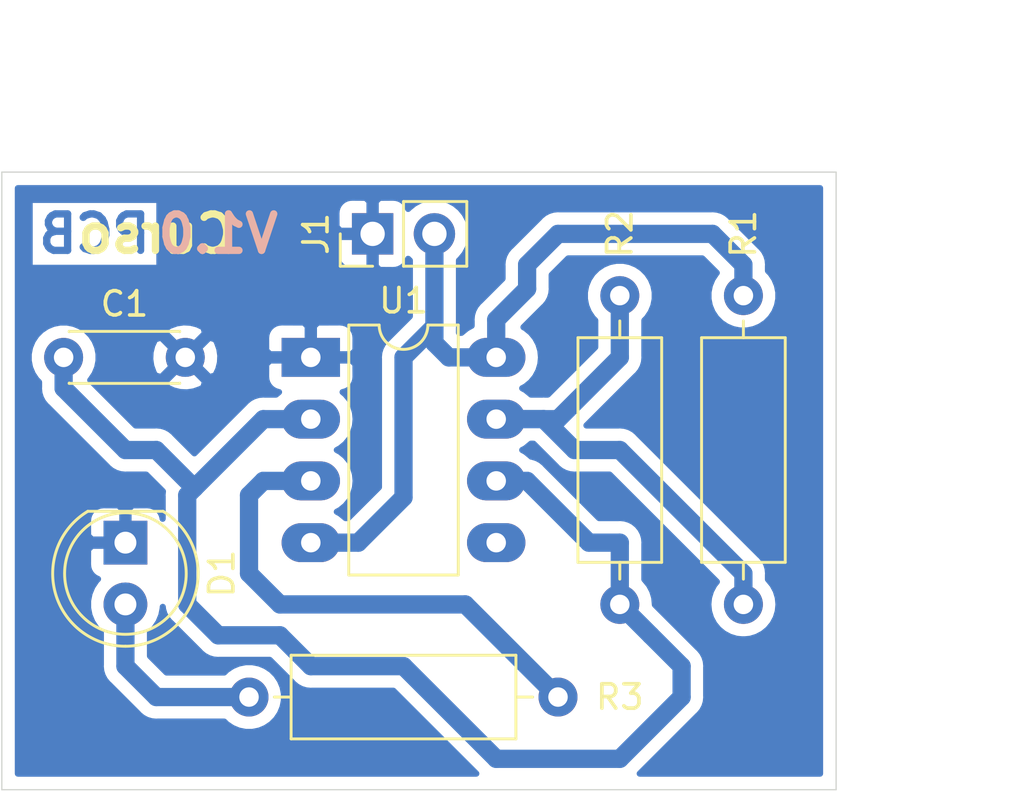
<source format=kicad_pcb>
(kicad_pcb (version 20171130) (host pcbnew 5.1.1-8be2ce7~80~ubuntu18.04.1)

  (general
    (thickness 1.6)
    (drawings 9)
    (tracks 53)
    (zones 0)
    (modules 7)
    (nets 8)
  )

  (page A4)
  (layers
    (0 F.Cu signal)
    (31 B.Cu signal)
    (32 B.Adhes user)
    (33 F.Adhes user)
    (34 B.Paste user)
    (35 F.Paste user)
    (36 B.SilkS user)
    (37 F.SilkS user)
    (38 B.Mask user)
    (39 F.Mask user)
    (40 Dwgs.User user)
    (41 Cmts.User user)
    (42 Eco1.User user)
    (43 Eco2.User user)
    (44 Edge.Cuts user)
    (45 Margin user)
    (46 B.CrtYd user)
    (47 F.CrtYd user)
    (48 B.Fab user)
    (49 F.Fab user)
  )

  (setup
    (last_trace_width 0.75)
    (user_trace_width 0.75)
    (trace_clearance 0.2)
    (zone_clearance 0.508)
    (zone_45_only no)
    (trace_min 0.2)
    (via_size 0.8)
    (via_drill 0.4)
    (via_min_size 0.4)
    (via_min_drill 0.3)
    (user_via 0.75 0.5)
    (uvia_size 0.3)
    (uvia_drill 0.1)
    (uvias_allowed no)
    (uvia_min_size 0.2)
    (uvia_min_drill 0.1)
    (edge_width 0.05)
    (segment_width 0.2)
    (pcb_text_width 0.3)
    (pcb_text_size 1.5 1.5)
    (mod_edge_width 0.12)
    (mod_text_size 1 1)
    (mod_text_width 0.15)
    (pad_size 1.524 1.524)
    (pad_drill 0.762)
    (pad_to_mask_clearance 0.051)
    (solder_mask_min_width 0.25)
    (aux_axis_origin 0 0)
    (visible_elements FFFFFF7F)
    (pcbplotparams
      (layerselection 0x010fc_ffffffff)
      (usegerberextensions false)
      (usegerberattributes false)
      (usegerberadvancedattributes false)
      (creategerberjobfile false)
      (excludeedgelayer true)
      (linewidth 0.100000)
      (plotframeref false)
      (viasonmask false)
      (mode 1)
      (useauxorigin false)
      (hpglpennumber 1)
      (hpglpenspeed 20)
      (hpglpendiameter 15.000000)
      (psnegative false)
      (psa4output false)
      (plotreference true)
      (plotvalue true)
      (plotinvisibletext false)
      (padsonsilk false)
      (subtractmaskfromsilk false)
      (outputformat 1)
      (mirror false)
      (drillshape 1)
      (scaleselection 1)
      (outputdirectory ""))
  )

  (net 0 "")
  (net 1 GND)
  (net 2 "Net-(D1-Pad2)")
  (net 3 +5V)
  (net 4 "Net-(R1-Pad2)")
  (net 5 /Salida)
  (net 6 "Net-(C1-Pad1)")
  (net 7 "Net-(U1-Pad5)")

  (net_class Default "This is the default net class."
    (clearance 0.2)
    (trace_width 0.25)
    (via_dia 0.8)
    (via_drill 0.4)
    (uvia_dia 0.3)
    (uvia_drill 0.1)
    (add_net +5V)
    (add_net /Salida)
    (add_net GND)
    (add_net "Net-(C1-Pad1)")
    (add_net "Net-(D1-Pad2)")
    (add_net "Net-(R1-Pad2)")
    (add_net "Net-(U1-Pad5)")
  )

  (module Package_DIP:DIP-8_W7.62mm_LongPads (layer F.Cu) (tedit 5A02E8C5) (tstamp 5CBE06A7)
    (at 143.51 114.3)
    (descr "8-lead though-hole mounted DIP package, row spacing 7.62 mm (300 mils), LongPads")
    (tags "THT DIP DIL PDIP 2.54mm 7.62mm 300mil LongPads")
    (path /5CBB9411)
    (fp_text reference U1 (at 3.81 -2.33) (layer F.SilkS)
      (effects (font (size 1 1) (thickness 0.15)))
    )
    (fp_text value NE555 (at 3.81 9.95) (layer F.Fab)
      (effects (font (size 1 1) (thickness 0.15)))
    )
    (fp_text user %R (at 3.81 3.81) (layer F.Fab)
      (effects (font (size 1 1) (thickness 0.15)))
    )
    (fp_line (start 9.1 -1.55) (end -1.45 -1.55) (layer F.CrtYd) (width 0.05))
    (fp_line (start 9.1 9.15) (end 9.1 -1.55) (layer F.CrtYd) (width 0.05))
    (fp_line (start -1.45 9.15) (end 9.1 9.15) (layer F.CrtYd) (width 0.05))
    (fp_line (start -1.45 -1.55) (end -1.45 9.15) (layer F.CrtYd) (width 0.05))
    (fp_line (start 6.06 -1.33) (end 4.81 -1.33) (layer F.SilkS) (width 0.12))
    (fp_line (start 6.06 8.95) (end 6.06 -1.33) (layer F.SilkS) (width 0.12))
    (fp_line (start 1.56 8.95) (end 6.06 8.95) (layer F.SilkS) (width 0.12))
    (fp_line (start 1.56 -1.33) (end 1.56 8.95) (layer F.SilkS) (width 0.12))
    (fp_line (start 2.81 -1.33) (end 1.56 -1.33) (layer F.SilkS) (width 0.12))
    (fp_line (start 0.635 -0.27) (end 1.635 -1.27) (layer F.Fab) (width 0.1))
    (fp_line (start 0.635 8.89) (end 0.635 -0.27) (layer F.Fab) (width 0.1))
    (fp_line (start 6.985 8.89) (end 0.635 8.89) (layer F.Fab) (width 0.1))
    (fp_line (start 6.985 -1.27) (end 6.985 8.89) (layer F.Fab) (width 0.1))
    (fp_line (start 1.635 -1.27) (end 6.985 -1.27) (layer F.Fab) (width 0.1))
    (fp_arc (start 3.81 -1.33) (end 2.81 -1.33) (angle -180) (layer F.SilkS) (width 0.12))
    (pad 8 thru_hole oval (at 7.62 0) (size 2.4 1.6) (drill 0.8) (layers *.Cu *.Mask)
      (net 3 +5V))
    (pad 4 thru_hole oval (at 0 7.62) (size 2.4 1.6) (drill 0.8) (layers *.Cu *.Mask)
      (net 3 +5V))
    (pad 7 thru_hole oval (at 7.62 2.54) (size 2.4 1.6) (drill 0.8) (layers *.Cu *.Mask)
      (net 4 "Net-(R1-Pad2)"))
    (pad 3 thru_hole oval (at 0 5.08) (size 2.4 1.6) (drill 0.8) (layers *.Cu *.Mask)
      (net 5 /Salida))
    (pad 6 thru_hole oval (at 7.62 5.08) (size 2.4 1.6) (drill 0.8) (layers *.Cu *.Mask)
      (net 6 "Net-(C1-Pad1)"))
    (pad 2 thru_hole oval (at 0 2.54) (size 2.4 1.6) (drill 0.8) (layers *.Cu *.Mask)
      (net 6 "Net-(C1-Pad1)"))
    (pad 5 thru_hole oval (at 7.62 7.62) (size 2.4 1.6) (drill 0.8) (layers *.Cu *.Mask)
      (net 7 "Net-(U1-Pad5)"))
    (pad 1 thru_hole rect (at 0 0) (size 2.4 1.6) (drill 0.8) (layers *.Cu *.Mask)
      (net 1 GND))
    (model ${KISYS3DMOD}/Package_DIP.3dshapes/DIP-8_W7.62mm.wrl
      (at (xyz 0 0 0))
      (scale (xyz 1 1 1))
      (rotate (xyz 0 0 0))
    )
  )

  (module Resistor_THT:R_Axial_DIN0309_L9.0mm_D3.2mm_P12.70mm_Horizontal (layer F.Cu) (tedit 5AE5139B) (tstamp 5CBE1045)
    (at 140.97 128.27)
    (descr "Resistor, Axial_DIN0309 series, Axial, Horizontal, pin pitch=12.7mm, 0.5W = 1/2W, length*diameter=9*3.2mm^2, http://cdn-reichelt.de/documents/datenblatt/B400/1_4W%23YAG.pdf")
    (tags "Resistor Axial_DIN0309 series Axial Horizontal pin pitch 12.7mm 0.5W = 1/2W length 9mm diameter 3.2mm")
    (path /5CBBF157)
    (fp_text reference R3 (at 15.24 0) (layer F.SilkS)
      (effects (font (size 1 1) (thickness 0.15)))
    )
    (fp_text value 330 (at 6.35 2.72) (layer F.Fab)
      (effects (font (size 1 1) (thickness 0.15)))
    )
    (fp_text user %R (at 6.35 0) (layer F.Fab)
      (effects (font (size 1 1) (thickness 0.15)))
    )
    (fp_line (start 13.75 -1.85) (end -1.05 -1.85) (layer F.CrtYd) (width 0.05))
    (fp_line (start 13.75 1.85) (end 13.75 -1.85) (layer F.CrtYd) (width 0.05))
    (fp_line (start -1.05 1.85) (end 13.75 1.85) (layer F.CrtYd) (width 0.05))
    (fp_line (start -1.05 -1.85) (end -1.05 1.85) (layer F.CrtYd) (width 0.05))
    (fp_line (start 11.66 0) (end 10.97 0) (layer F.SilkS) (width 0.12))
    (fp_line (start 1.04 0) (end 1.73 0) (layer F.SilkS) (width 0.12))
    (fp_line (start 10.97 -1.72) (end 1.73 -1.72) (layer F.SilkS) (width 0.12))
    (fp_line (start 10.97 1.72) (end 10.97 -1.72) (layer F.SilkS) (width 0.12))
    (fp_line (start 1.73 1.72) (end 10.97 1.72) (layer F.SilkS) (width 0.12))
    (fp_line (start 1.73 -1.72) (end 1.73 1.72) (layer F.SilkS) (width 0.12))
    (fp_line (start 12.7 0) (end 10.85 0) (layer F.Fab) (width 0.1))
    (fp_line (start 0 0) (end 1.85 0) (layer F.Fab) (width 0.1))
    (fp_line (start 10.85 -1.6) (end 1.85 -1.6) (layer F.Fab) (width 0.1))
    (fp_line (start 10.85 1.6) (end 10.85 -1.6) (layer F.Fab) (width 0.1))
    (fp_line (start 1.85 1.6) (end 10.85 1.6) (layer F.Fab) (width 0.1))
    (fp_line (start 1.85 -1.6) (end 1.85 1.6) (layer F.Fab) (width 0.1))
    (pad 2 thru_hole oval (at 12.7 0) (size 1.6 1.6) (drill 0.8) (layers *.Cu *.Mask)
      (net 5 /Salida))
    (pad 1 thru_hole circle (at 0 0) (size 1.6 1.6) (drill 0.8) (layers *.Cu *.Mask)
      (net 2 "Net-(D1-Pad2)"))
    (model ${KISYS3DMOD}/Resistor_THT.3dshapes/R_Axial_DIN0309_L9.0mm_D3.2mm_P12.70mm_Horizontal.wrl
      (at (xyz 0 0 0))
      (scale (xyz 1 1 1))
      (rotate (xyz 0 0 0))
    )
  )

  (module Resistor_THT:R_Axial_DIN0309_L9.0mm_D3.2mm_P12.70mm_Horizontal (layer F.Cu) (tedit 5AE5139B) (tstamp 5CBE0D01)
    (at 156.21 111.76 270)
    (descr "Resistor, Axial_DIN0309 series, Axial, Horizontal, pin pitch=12.7mm, 0.5W = 1/2W, length*diameter=9*3.2mm^2, http://cdn-reichelt.de/documents/datenblatt/B400/1_4W%23YAG.pdf")
    (tags "Resistor Axial_DIN0309 series Axial Horizontal pin pitch 12.7mm 0.5W = 1/2W length 9mm diameter 3.2mm")
    (path /5CBBDD59)
    (fp_text reference R2 (at -2.54 0 90) (layer F.SilkS)
      (effects (font (size 1 1) (thickness 0.15)))
    )
    (fp_text value 3k (at 6.35 2.72 90) (layer F.Fab)
      (effects (font (size 1 1) (thickness 0.15)))
    )
    (fp_text user %R (at 6.35 0 90) (layer F.Fab)
      (effects (font (size 1 1) (thickness 0.15)))
    )
    (fp_line (start 13.75 -1.85) (end -1.05 -1.85) (layer F.CrtYd) (width 0.05))
    (fp_line (start 13.75 1.85) (end 13.75 -1.85) (layer F.CrtYd) (width 0.05))
    (fp_line (start -1.05 1.85) (end 13.75 1.85) (layer F.CrtYd) (width 0.05))
    (fp_line (start -1.05 -1.85) (end -1.05 1.85) (layer F.CrtYd) (width 0.05))
    (fp_line (start 11.66 0) (end 10.97 0) (layer F.SilkS) (width 0.12))
    (fp_line (start 1.04 0) (end 1.73 0) (layer F.SilkS) (width 0.12))
    (fp_line (start 10.97 -1.72) (end 1.73 -1.72) (layer F.SilkS) (width 0.12))
    (fp_line (start 10.97 1.72) (end 10.97 -1.72) (layer F.SilkS) (width 0.12))
    (fp_line (start 1.73 1.72) (end 10.97 1.72) (layer F.SilkS) (width 0.12))
    (fp_line (start 1.73 -1.72) (end 1.73 1.72) (layer F.SilkS) (width 0.12))
    (fp_line (start 12.7 0) (end 10.85 0) (layer F.Fab) (width 0.1))
    (fp_line (start 0 0) (end 1.85 0) (layer F.Fab) (width 0.1))
    (fp_line (start 10.85 -1.6) (end 1.85 -1.6) (layer F.Fab) (width 0.1))
    (fp_line (start 10.85 1.6) (end 10.85 -1.6) (layer F.Fab) (width 0.1))
    (fp_line (start 1.85 1.6) (end 10.85 1.6) (layer F.Fab) (width 0.1))
    (fp_line (start 1.85 -1.6) (end 1.85 1.6) (layer F.Fab) (width 0.1))
    (pad 2 thru_hole oval (at 12.7 0 270) (size 1.6 1.6) (drill 0.8) (layers *.Cu *.Mask)
      (net 6 "Net-(C1-Pad1)"))
    (pad 1 thru_hole circle (at 0 0 270) (size 1.6 1.6) (drill 0.8) (layers *.Cu *.Mask)
      (net 4 "Net-(R1-Pad2)"))
    (model ${KISYS3DMOD}/Resistor_THT.3dshapes/R_Axial_DIN0309_L9.0mm_D3.2mm_P12.70mm_Horizontal.wrl
      (at (xyz 0 0 0))
      (scale (xyz 1 1 1))
      (rotate (xyz 0 0 0))
    )
  )

  (module Resistor_THT:R_Axial_DIN0309_L9.0mm_D3.2mm_P12.70mm_Horizontal (layer F.Cu) (tedit 5AE5139B) (tstamp 5CBE0735)
    (at 161.29 111.76 270)
    (descr "Resistor, Axial_DIN0309 series, Axial, Horizontal, pin pitch=12.7mm, 0.5W = 1/2W, length*diameter=9*3.2mm^2, http://cdn-reichelt.de/documents/datenblatt/B400/1_4W%23YAG.pdf")
    (tags "Resistor Axial_DIN0309 series Axial Horizontal pin pitch 12.7mm 0.5W = 1/2W length 9mm diameter 3.2mm")
    (path /5CBBDA00)
    (fp_text reference R1 (at -2.54 0 90) (layer F.SilkS)
      (effects (font (size 1 1) (thickness 0.15)))
    )
    (fp_text value 5k (at 6.35 -2.54 90) (layer F.Fab)
      (effects (font (size 1 1) (thickness 0.15)))
    )
    (fp_text user %R (at 6.35 0 90) (layer F.Fab)
      (effects (font (size 1 1) (thickness 0.15)))
    )
    (fp_line (start 13.75 -1.85) (end -1.05 -1.85) (layer F.CrtYd) (width 0.05))
    (fp_line (start 13.75 1.85) (end 13.75 -1.85) (layer F.CrtYd) (width 0.05))
    (fp_line (start -1.05 1.85) (end 13.75 1.85) (layer F.CrtYd) (width 0.05))
    (fp_line (start -1.05 -1.85) (end -1.05 1.85) (layer F.CrtYd) (width 0.05))
    (fp_line (start 11.66 0) (end 10.97 0) (layer F.SilkS) (width 0.12))
    (fp_line (start 1.04 0) (end 1.73 0) (layer F.SilkS) (width 0.12))
    (fp_line (start 10.97 -1.72) (end 1.73 -1.72) (layer F.SilkS) (width 0.12))
    (fp_line (start 10.97 1.72) (end 10.97 -1.72) (layer F.SilkS) (width 0.12))
    (fp_line (start 1.73 1.72) (end 10.97 1.72) (layer F.SilkS) (width 0.12))
    (fp_line (start 1.73 -1.72) (end 1.73 1.72) (layer F.SilkS) (width 0.12))
    (fp_line (start 12.7 0) (end 10.85 0) (layer F.Fab) (width 0.1))
    (fp_line (start 0 0) (end 1.85 0) (layer F.Fab) (width 0.1))
    (fp_line (start 10.85 -1.6) (end 1.85 -1.6) (layer F.Fab) (width 0.1))
    (fp_line (start 10.85 1.6) (end 10.85 -1.6) (layer F.Fab) (width 0.1))
    (fp_line (start 1.85 1.6) (end 10.85 1.6) (layer F.Fab) (width 0.1))
    (fp_line (start 1.85 -1.6) (end 1.85 1.6) (layer F.Fab) (width 0.1))
    (pad 2 thru_hole oval (at 12.7 0 270) (size 1.6 1.6) (drill 0.8) (layers *.Cu *.Mask)
      (net 4 "Net-(R1-Pad2)"))
    (pad 1 thru_hole circle (at 0 0 270) (size 1.6 1.6) (drill 0.8) (layers *.Cu *.Mask)
      (net 3 +5V))
    (model ${KISYS3DMOD}/Resistor_THT.3dshapes/R_Axial_DIN0309_L9.0mm_D3.2mm_P12.70mm_Horizontal.wrl
      (at (xyz 0 0 0))
      (scale (xyz 1 1 1))
      (rotate (xyz 0 0 0))
    )
  )

  (module Connector_PinHeader_2.54mm:PinHeader_1x02_P2.54mm_Vertical (layer F.Cu) (tedit 59FED5CC) (tstamp 5CBE0827)
    (at 146.05 109.22 90)
    (descr "Through hole straight pin header, 1x02, 2.54mm pitch, single row")
    (tags "Through hole pin header THT 1x02 2.54mm single row")
    (path /5CC216A2)
    (fp_text reference J1 (at 0 -2.33 90) (layer F.SilkS)
      (effects (font (size 1 1) (thickness 0.15)))
    )
    (fp_text value 5V (at 0 5.08 180) (layer F.Fab)
      (effects (font (size 1 1) (thickness 0.15)))
    )
    (fp_text user %R (at 0 1.27) (layer F.Fab)
      (effects (font (size 1 1) (thickness 0.15)))
    )
    (fp_line (start 1.8 -1.8) (end -1.8 -1.8) (layer F.CrtYd) (width 0.05))
    (fp_line (start 1.8 4.35) (end 1.8 -1.8) (layer F.CrtYd) (width 0.05))
    (fp_line (start -1.8 4.35) (end 1.8 4.35) (layer F.CrtYd) (width 0.05))
    (fp_line (start -1.8 -1.8) (end -1.8 4.35) (layer F.CrtYd) (width 0.05))
    (fp_line (start -1.33 -1.33) (end 0 -1.33) (layer F.SilkS) (width 0.12))
    (fp_line (start -1.33 0) (end -1.33 -1.33) (layer F.SilkS) (width 0.12))
    (fp_line (start -1.33 1.27) (end 1.33 1.27) (layer F.SilkS) (width 0.12))
    (fp_line (start 1.33 1.27) (end 1.33 3.87) (layer F.SilkS) (width 0.12))
    (fp_line (start -1.33 1.27) (end -1.33 3.87) (layer F.SilkS) (width 0.12))
    (fp_line (start -1.33 3.87) (end 1.33 3.87) (layer F.SilkS) (width 0.12))
    (fp_line (start -1.27 -0.635) (end -0.635 -1.27) (layer F.Fab) (width 0.1))
    (fp_line (start -1.27 3.81) (end -1.27 -0.635) (layer F.Fab) (width 0.1))
    (fp_line (start 1.27 3.81) (end -1.27 3.81) (layer F.Fab) (width 0.1))
    (fp_line (start 1.27 -1.27) (end 1.27 3.81) (layer F.Fab) (width 0.1))
    (fp_line (start -0.635 -1.27) (end 1.27 -1.27) (layer F.Fab) (width 0.1))
    (pad 2 thru_hole oval (at 0 2.54 90) (size 1.7 1.7) (drill 1) (layers *.Cu *.Mask)
      (net 3 +5V))
    (pad 1 thru_hole rect (at 0 0 90) (size 1.7 1.7) (drill 1) (layers *.Cu *.Mask)
      (net 1 GND))
    (model ${KISYS3DMOD}/Connector_PinHeader_2.54mm.3dshapes/PinHeader_1x02_P2.54mm_Vertical.wrl
      (at (xyz 0 0 0))
      (scale (xyz 1 1 1))
      (rotate (xyz 0 0 0))
    )
  )

  (module LED_THT:LED_D5.0mm (layer F.Cu) (tedit 5995936A) (tstamp 5CBE07F0)
    (at 135.89 121.92 270)
    (descr "LED, diameter 5.0mm, 2 pins, http://cdn-reichelt.de/documents/datenblatt/A500/LL-504BC2E-009.pdf")
    (tags "LED diameter 5.0mm 2 pins")
    (path /5CBBEA9C)
    (fp_text reference D1 (at 1.27 -3.96 90) (layer F.SilkS)
      (effects (font (size 1 1) (thickness 0.15)))
    )
    (fp_text value "LED RED" (at -2.54 0 180) (layer F.Fab)
      (effects (font (size 1 1) (thickness 0.15)))
    )
    (fp_text user %R (at 1.25 0 90) (layer F.Fab)
      (effects (font (size 0.8 0.8) (thickness 0.2)))
    )
    (fp_line (start 4.5 -3.25) (end -1.95 -3.25) (layer F.CrtYd) (width 0.05))
    (fp_line (start 4.5 3.25) (end 4.5 -3.25) (layer F.CrtYd) (width 0.05))
    (fp_line (start -1.95 3.25) (end 4.5 3.25) (layer F.CrtYd) (width 0.05))
    (fp_line (start -1.95 -3.25) (end -1.95 3.25) (layer F.CrtYd) (width 0.05))
    (fp_line (start -1.29 -1.545) (end -1.29 1.545) (layer F.SilkS) (width 0.12))
    (fp_line (start -1.23 -1.469694) (end -1.23 1.469694) (layer F.Fab) (width 0.1))
    (fp_circle (center 1.27 0) (end 3.77 0) (layer F.SilkS) (width 0.12))
    (fp_circle (center 1.27 0) (end 3.77 0) (layer F.Fab) (width 0.1))
    (fp_arc (start 1.27 0) (end -1.29 1.54483) (angle -148.9) (layer F.SilkS) (width 0.12))
    (fp_arc (start 1.27 0) (end -1.29 -1.54483) (angle 148.9) (layer F.SilkS) (width 0.12))
    (fp_arc (start 1.27 0) (end -1.23 -1.469694) (angle 299.1) (layer F.Fab) (width 0.1))
    (pad 2 thru_hole circle (at 2.54 0 270) (size 1.8 1.8) (drill 0.9) (layers *.Cu *.Mask)
      (net 2 "Net-(D1-Pad2)"))
    (pad 1 thru_hole rect (at 0 0 270) (size 1.8 1.8) (drill 0.9) (layers *.Cu *.Mask)
      (net 1 GND))
    (model ${KISYS3DMOD}/LED_THT.3dshapes/LED_D5.0mm.wrl
      (at (xyz 0 0 0))
      (scale (xyz 1 1 1))
      (rotate (xyz 0 0 0))
    )
  )

  (module Capacitor_THT:C_Disc_D4.3mm_W1.9mm_P5.00mm (layer F.Cu) (tedit 5AE50EF0) (tstamp 5CBE08A8)
    (at 133.35 114.3)
    (descr "C, Disc series, Radial, pin pitch=5.00mm, , diameter*width=4.3*1.9mm^2, Capacitor, http://www.vishay.com/docs/45233/krseries.pdf")
    (tags "C Disc series Radial pin pitch 5.00mm  diameter 4.3mm width 1.9mm Capacitor")
    (path /5CBBE251)
    (fp_text reference C1 (at 2.5 -2.2) (layer F.SilkS)
      (effects (font (size 1 1) (thickness 0.15)))
    )
    (fp_text value 0.15uF (at 2.5 2.2) (layer F.Fab)
      (effects (font (size 1 1) (thickness 0.15)))
    )
    (fp_text user %R (at 2.5 0) (layer F.Fab)
      (effects (font (size 0.86 0.86) (thickness 0.129)))
    )
    (fp_line (start 6.05 -1.2) (end -1.05 -1.2) (layer F.CrtYd) (width 0.05))
    (fp_line (start 6.05 1.2) (end 6.05 -1.2) (layer F.CrtYd) (width 0.05))
    (fp_line (start -1.05 1.2) (end 6.05 1.2) (layer F.CrtYd) (width 0.05))
    (fp_line (start -1.05 -1.2) (end -1.05 1.2) (layer F.CrtYd) (width 0.05))
    (fp_line (start 4.77 1.055) (end 4.77 1.07) (layer F.SilkS) (width 0.12))
    (fp_line (start 4.77 -1.07) (end 4.77 -1.055) (layer F.SilkS) (width 0.12))
    (fp_line (start 0.23 1.055) (end 0.23 1.07) (layer F.SilkS) (width 0.12))
    (fp_line (start 0.23 -1.07) (end 0.23 -1.055) (layer F.SilkS) (width 0.12))
    (fp_line (start 0.23 1.07) (end 4.77 1.07) (layer F.SilkS) (width 0.12))
    (fp_line (start 0.23 -1.07) (end 4.77 -1.07) (layer F.SilkS) (width 0.12))
    (fp_line (start 4.65 -0.95) (end 0.35 -0.95) (layer F.Fab) (width 0.1))
    (fp_line (start 4.65 0.95) (end 4.65 -0.95) (layer F.Fab) (width 0.1))
    (fp_line (start 0.35 0.95) (end 4.65 0.95) (layer F.Fab) (width 0.1))
    (fp_line (start 0.35 -0.95) (end 0.35 0.95) (layer F.Fab) (width 0.1))
    (pad 2 thru_hole circle (at 5 0) (size 1.6 1.6) (drill 0.8) (layers *.Cu *.Mask)
      (net 1 GND))
    (pad 1 thru_hole circle (at 0 0) (size 1.6 1.6) (drill 0.8) (layers *.Cu *.Mask)
      (net 6 "Net-(C1-Pad1)"))
    (model ${KISYS3DMOD}/Capacitor_THT.3dshapes/C_Disc_D4.3mm_W1.9mm_P5.00mm.wrl
      (at (xyz 0 0 0))
      (scale (xyz 1 1 1))
      (rotate (xyz 0 0 0))
    )
  )

  (dimension 25.4 (width 0.15) (layer Eco2.User)
    (gr_text "25.400 mm" (at 171.48 119.38 90) (layer Eco2.User)
      (effects (font (size 1 1) (thickness 0.15)))
    )
    (feature1 (pts (xy 167.64 106.68) (xy 170.766421 106.68)))
    (feature2 (pts (xy 167.64 132.08) (xy 170.766421 132.08)))
    (crossbar (pts (xy 170.18 132.08) (xy 170.18 106.68)))
    (arrow1a (pts (xy 170.18 106.68) (xy 170.766421 107.806504)))
    (arrow1b (pts (xy 170.18 106.68) (xy 169.593579 107.806504)))
    (arrow2a (pts (xy 170.18 132.08) (xy 170.766421 130.953496)))
    (arrow2b (pts (xy 170.18 132.08) (xy 169.593579 130.953496)))
  )
  (dimension 34.29 (width 0.15) (layer Eco2.User)
    (gr_text "34.290 mm" (at 147.955 100.3) (layer Eco2.User)
      (effects (font (size 1 1) (thickness 0.15)))
    )
    (feature1 (pts (xy 165.1 105.41) (xy 165.1 101.013579)))
    (feature2 (pts (xy 130.81 105.41) (xy 130.81 101.013579)))
    (crossbar (pts (xy 130.81 101.6) (xy 165.1 101.6)))
    (arrow1a (pts (xy 165.1 101.6) (xy 163.973496 102.186421)))
    (arrow1b (pts (xy 165.1 101.6) (xy 163.973496 101.013579)))
    (arrow2a (pts (xy 130.81 101.6) (xy 131.936504 102.186421)))
    (arrow2b (pts (xy 130.81 101.6) (xy 131.936504 101.013579)))
  )
  (gr_text Curso (at 137.16 109.22) (layer F.SilkS)
    (effects (font (size 1.5 1.5) (thickness 0.3)) (justify mirror))
  )
  (gr_text V1.0 (at 139.7 109.22) (layer B.SilkS)
    (effects (font (size 1.5 1.5) (thickness 0.3)) (justify mirror))
  )
  (gr_text PCB (at 134.62 109.22) (layer B.Cu)
    (effects (font (size 1.5 1.5) (thickness 0.3)) (justify mirror))
  )
  (gr_line (start 130.81 132.08) (end 130.81 106.68) (layer Edge.Cuts) (width 0.05) (tstamp 5CBE0E54))
  (gr_line (start 165.1 132.08) (end 130.81 132.08) (layer Edge.Cuts) (width 0.05))
  (gr_line (start 165.1 106.68) (end 165.1 132.08) (layer Edge.Cuts) (width 0.05))
  (gr_line (start 130.81 106.68) (end 165.1 106.68) (layer Edge.Cuts) (width 0.05))

  (segment (start 135.89 124.46) (end 135.89 127) (width 0.75) (layer B.Cu) (net 2))
  (segment (start 135.89 127) (end 137.16 128.27) (width 0.75) (layer B.Cu) (net 2))
  (segment (start 137.16 128.27) (end 140.97 128.27) (width 0.75) (layer B.Cu) (net 2))
  (segment (start 149.18 114.3) (end 148.59 113.71) (width 0.75) (layer B.Cu) (net 3))
  (segment (start 151.13 114.3) (end 149.18 114.3) (width 0.75) (layer B.Cu) (net 3))
  (segment (start 148.59 113.71) (end 148.59 109.22) (width 0.75) (layer B.Cu) (net 3))
  (segment (start 145.46 121.92) (end 147.32 120.06) (width 0.75) (layer B.Cu) (net 3))
  (segment (start 143.51 121.92) (end 145.46 121.92) (width 0.75) (layer B.Cu) (net 3))
  (segment (start 147.32 120.06) (end 147.32 114.3) (width 0.75) (layer B.Cu) (net 3))
  (segment (start 147.32 114.3) (end 148.59 113.03) (width 0.75) (layer B.Cu) (net 3))
  (segment (start 161.29 110.49) (end 161.29 111.76) (width 0.75) (layer B.Cu) (net 3))
  (segment (start 151.13 112.75) (end 152.4 111.48) (width 0.75) (layer B.Cu) (net 3))
  (segment (start 151.13 114.3) (end 151.13 112.75) (width 0.75) (layer B.Cu) (net 3))
  (segment (start 152.4 111.48) (end 152.4 110.49) (width 0.75) (layer B.Cu) (net 3))
  (segment (start 152.4 110.49) (end 153.67 109.22) (width 0.75) (layer B.Cu) (net 3))
  (segment (start 153.67 109.22) (end 160.02 109.22) (width 0.75) (layer B.Cu) (net 3))
  (segment (start 160.02 109.22) (end 161.29 110.49) (width 0.75) (layer B.Cu) (net 3))
  (segment (start 153.08 116.84) (end 154.35 118.11) (width 0.75) (layer B.Cu) (net 4))
  (segment (start 151.13 116.84) (end 153.08 116.84) (width 0.75) (layer B.Cu) (net 4))
  (segment (start 154.35 118.11) (end 156.21 118.11) (width 0.75) (layer B.Cu) (net 4))
  (segment (start 161.29 123.19) (end 161.29 124.46) (width 0.75) (layer B.Cu) (net 4))
  (segment (start 156.21 118.11) (end 161.29 123.19) (width 0.75) (layer B.Cu) (net 4))
  (segment (start 151.13 116.84) (end 153.67 116.84) (width 0.75) (layer B.Cu) (net 4))
  (segment (start 156.21 114.3) (end 156.21 111.76) (width 0.75) (layer B.Cu) (net 4))
  (segment (start 153.67 116.84) (end 156.21 114.3) (width 0.75) (layer B.Cu) (net 4))
  (segment (start 140.97 123.19) (end 142.24 124.46) (width 0.75) (layer B.Cu) (net 5))
  (segment (start 140.97 119.97) (end 140.97 123.19) (width 0.75) (layer B.Cu) (net 5))
  (segment (start 143.51 119.38) (end 141.56 119.38) (width 0.75) (layer B.Cu) (net 5))
  (segment (start 149.86 124.46) (end 153.67 128.27) (width 0.75) (layer B.Cu) (net 5))
  (segment (start 142.24 124.46) (end 149.86 124.46) (width 0.75) (layer B.Cu) (net 5))
  (segment (start 141.56 119.38) (end 140.97 119.97) (width 0.75) (layer B.Cu) (net 5))
  (segment (start 151.13 119.38) (end 152.4 119.38) (width 0.75) (layer B.Cu) (net 6))
  (segment (start 156.21 121.92) (end 156.21 124.46) (width 0.75) (layer B.Cu) (net 6))
  (segment (start 154.94 121.92) (end 156.21 121.92) (width 0.75) (layer B.Cu) (net 6))
  (segment (start 152.4 119.38) (end 154.94 121.92) (width 0.75) (layer B.Cu) (net 6))
  (segment (start 157.48 125.73) (end 156.21 124.46) (width 0.75) (layer B.Cu) (net 6))
  (segment (start 158.75 127) (end 157.48 125.73) (width 0.75) (layer B.Cu) (net 6))
  (segment (start 158.75 128.27) (end 158.75 127) (width 0.75) (layer B.Cu) (net 6))
  (segment (start 156.21 130.81) (end 158.75 128.27) (width 0.75) (layer B.Cu) (net 6))
  (segment (start 151.13 130.81) (end 156.21 130.81) (width 0.75) (layer B.Cu) (net 6))
  (segment (start 147.32 127) (end 151.13 130.81) (width 0.75) (layer B.Cu) (net 6))
  (segment (start 143.51 127) (end 147.32 127) (width 0.75) (layer B.Cu) (net 6))
  (segment (start 143.51 116.84) (end 141.56 116.84) (width 0.75) (layer B.Cu) (net 6))
  (segment (start 138.43 119.97) (end 138.43 124.46) (width 0.75) (layer B.Cu) (net 6))
  (segment (start 139.7 125.73) (end 142.24 125.73) (width 0.75) (layer B.Cu) (net 6))
  (segment (start 138.43 124.46) (end 139.7 125.73) (width 0.75) (layer B.Cu) (net 6))
  (segment (start 142.24 125.73) (end 143.51 127) (width 0.75) (layer B.Cu) (net 6))
  (segment (start 133.35 114.3) (end 133.35 115.57) (width 0.75) (layer B.Cu) (net 6))
  (segment (start 133.35 115.57) (end 135.89 118.11) (width 0.75) (layer B.Cu) (net 6))
  (segment (start 135.89 118.11) (end 137.16 118.11) (width 0.75) (layer B.Cu) (net 6))
  (segment (start 137.16 118.11) (end 138.725 119.675) (width 0.75) (layer B.Cu) (net 6))
  (segment (start 141.56 116.84) (end 138.725 119.675) (width 0.75) (layer B.Cu) (net 6))
  (segment (start 138.725 119.675) (end 138.43 119.97) (width 0.75) (layer B.Cu) (net 6))

  (zone (net 1) (net_name GND) (layer B.Cu) (tstamp 5CBE0EC0) (hatch edge 0.508)
    (connect_pads (clearance 0.508))
    (min_thickness 0.254)
    (fill yes (arc_segments 32) (thermal_gap 0.508) (thermal_bridge_width 0.508))
    (polygon
      (pts
        (xy 165.1 132.08) (xy 130.81 132.08) (xy 130.81 106.68) (xy 165.1 106.68)
      )
    )
    (polygon
      (pts
        (xy 132.08 107.95) (xy 132.08 110.49) (xy 137.16 110.49) (xy 137.16 107.95)
      )
    )
    (filled_polygon
      (pts
        (xy 164.440001 131.42) (xy 157.028355 131.42) (xy 159.429101 129.019255) (xy 159.467633 128.987633) (xy 159.593847 128.83384)
        (xy 159.687632 128.65838) (xy 159.745385 128.467994) (xy 159.76 128.319608) (xy 159.76 128.319606) (xy 159.764886 128.270001)
        (xy 159.76 128.220396) (xy 159.76 127.049604) (xy 159.764886 126.999999) (xy 159.76 126.950392) (xy 159.745385 126.802006)
        (xy 159.687632 126.61162) (xy 159.593847 126.43616) (xy 159.467633 126.282367) (xy 159.429094 126.250739) (xy 157.650725 124.47237)
        (xy 157.651943 124.46) (xy 157.624236 124.178691) (xy 157.542182 123.908192) (xy 157.408932 123.658899) (xy 157.229608 123.440392)
        (xy 157.22 123.432507) (xy 157.22 121.969608) (xy 157.224886 121.92) (xy 157.205385 121.722006) (xy 157.147632 121.53162)
        (xy 157.053847 121.35616) (xy 156.927633 121.202367) (xy 156.77384 121.076153) (xy 156.59838 120.982368) (xy 156.407994 120.924615)
        (xy 156.259608 120.91) (xy 156.259607 120.91) (xy 156.21 120.905114) (xy 156.160392 120.91) (xy 155.358356 120.91)
        (xy 153.149261 118.700906) (xy 153.117633 118.662367) (xy 152.96384 118.536153) (xy 152.78838 118.442368) (xy 152.597994 118.384615)
        (xy 152.56698 118.38156) (xy 152.549608 118.360392) (xy 152.331101 118.181068) (xy 152.198142 118.11) (xy 152.331101 118.038932)
        (xy 152.549608 117.859608) (xy 152.557493 117.85) (xy 152.661645 117.85) (xy 153.600739 118.789094) (xy 153.632367 118.827633)
        (xy 153.78616 118.953847) (xy 153.96162 119.047632) (xy 154.152006 119.105385) (xy 154.300392 119.12) (xy 154.300394 119.12)
        (xy 154.349999 119.124886) (xy 154.399604 119.12) (xy 155.791645 119.12) (xy 160.199012 123.527368) (xy 160.091068 123.658899)
        (xy 159.957818 123.908192) (xy 159.875764 124.178691) (xy 159.848057 124.46) (xy 159.875764 124.741309) (xy 159.957818 125.011808)
        (xy 160.091068 125.261101) (xy 160.270392 125.479608) (xy 160.488899 125.658932) (xy 160.738192 125.792182) (xy 161.008691 125.874236)
        (xy 161.219508 125.895) (xy 161.360492 125.895) (xy 161.571309 125.874236) (xy 161.841808 125.792182) (xy 162.091101 125.658932)
        (xy 162.309608 125.479608) (xy 162.488932 125.261101) (xy 162.622182 125.011808) (xy 162.704236 124.741309) (xy 162.731943 124.46)
        (xy 162.704236 124.178691) (xy 162.622182 123.908192) (xy 162.488932 123.658899) (xy 162.309608 123.440392) (xy 162.3 123.432507)
        (xy 162.3 123.239608) (xy 162.304886 123.19) (xy 162.285385 122.992005) (xy 162.227632 122.80162) (xy 162.156882 122.669256)
        (xy 162.133847 122.62616) (xy 162.007633 122.472367) (xy 161.9691 122.440744) (xy 156.959261 117.430906) (xy 156.927633 117.392367)
        (xy 156.77384 117.266153) (xy 156.59838 117.172368) (xy 156.407994 117.114615) (xy 156.259608 117.1) (xy 156.21 117.095114)
        (xy 156.160392 117.1) (xy 154.838355 117.1) (xy 156.8891 115.049256) (xy 156.927633 115.017633) (xy 157.053847 114.86384)
        (xy 157.147632 114.68838) (xy 157.205385 114.497994) (xy 157.22 114.349608) (xy 157.22 114.349606) (xy 157.224886 114.300001)
        (xy 157.22 114.250392) (xy 157.22 112.779396) (xy 157.324637 112.674759) (xy 157.48168 112.439727) (xy 157.589853 112.178574)
        (xy 157.645 111.901335) (xy 157.645 111.618665) (xy 157.589853 111.341426) (xy 157.48168 111.080273) (xy 157.324637 110.845241)
        (xy 157.124759 110.645363) (xy 156.889727 110.48832) (xy 156.628574 110.380147) (xy 156.351335 110.325) (xy 156.068665 110.325)
        (xy 155.791426 110.380147) (xy 155.530273 110.48832) (xy 155.295241 110.645363) (xy 155.095363 110.845241) (xy 154.93832 111.080273)
        (xy 154.830147 111.341426) (xy 154.775 111.618665) (xy 154.775 111.901335) (xy 154.830147 112.178574) (xy 154.93832 112.439727)
        (xy 155.095363 112.674759) (xy 155.200001 112.779397) (xy 155.2 113.881644) (xy 153.251645 115.83) (xy 153.129608 115.83)
        (xy 153.08 115.825114) (xy 153.030392 115.83) (xy 152.557493 115.83) (xy 152.549608 115.820392) (xy 152.331101 115.641068)
        (xy 152.198142 115.57) (xy 152.331101 115.498932) (xy 152.549608 115.319608) (xy 152.728932 115.101101) (xy 152.862182 114.851808)
        (xy 152.944236 114.581309) (xy 152.971943 114.3) (xy 152.944236 114.018691) (xy 152.862182 113.748192) (xy 152.728932 113.498899)
        (xy 152.549608 113.280392) (xy 152.331101 113.101068) (xy 152.250415 113.05794) (xy 153.079094 112.229261) (xy 153.117633 112.197633)
        (xy 153.243847 112.04384) (xy 153.337632 111.86838) (xy 153.395385 111.677994) (xy 153.41 111.529608) (xy 153.41 111.529606)
        (xy 153.414886 111.480001) (xy 153.41 111.430396) (xy 153.41 110.908355) (xy 154.088355 110.23) (xy 159.601645 110.23)
        (xy 160.196125 110.82448) (xy 160.175363 110.845241) (xy 160.01832 111.080273) (xy 159.910147 111.341426) (xy 159.855 111.618665)
        (xy 159.855 111.901335) (xy 159.910147 112.178574) (xy 160.01832 112.439727) (xy 160.175363 112.674759) (xy 160.375241 112.874637)
        (xy 160.610273 113.03168) (xy 160.871426 113.139853) (xy 161.148665 113.195) (xy 161.431335 113.195) (xy 161.708574 113.139853)
        (xy 161.969727 113.03168) (xy 162.204759 112.874637) (xy 162.404637 112.674759) (xy 162.56168 112.439727) (xy 162.669853 112.178574)
        (xy 162.725 111.901335) (xy 162.725 111.618665) (xy 162.669853 111.341426) (xy 162.56168 111.080273) (xy 162.404637 110.845241)
        (xy 162.3 110.740604) (xy 162.3 110.539604) (xy 162.304886 110.489999) (xy 162.294066 110.380147) (xy 162.285385 110.292006)
        (xy 162.227632 110.10162) (xy 162.133847 109.92616) (xy 162.007633 109.772367) (xy 161.969094 109.740739) (xy 160.769261 108.540906)
        (xy 160.737633 108.502367) (xy 160.58384 108.376153) (xy 160.40838 108.282368) (xy 160.217994 108.224615) (xy 160.069608 108.21)
        (xy 160.02 108.205114) (xy 159.970392 108.21) (xy 153.719604 108.21) (xy 153.669999 108.205114) (xy 153.620394 108.21)
        (xy 153.620392 108.21) (xy 153.472006 108.224615) (xy 153.28162 108.282368) (xy 153.10616 108.376153) (xy 152.952367 108.502367)
        (xy 152.920739 108.540906) (xy 151.720901 109.740744) (xy 151.682368 109.772367) (xy 151.650745 109.8109) (xy 151.650744 109.810901)
        (xy 151.556154 109.92616) (xy 151.462368 110.101621) (xy 151.404615 110.292006) (xy 151.385114 110.49) (xy 151.390001 110.539617)
        (xy 151.39 111.061645) (xy 150.450901 112.000744) (xy 150.412368 112.032367) (xy 150.380745 112.0709) (xy 150.380744 112.070901)
        (xy 150.286154 112.18616) (xy 150.192368 112.361621) (xy 150.134615 112.552006) (xy 150.115114 112.75) (xy 150.120001 112.799617)
        (xy 150.120001 112.998922) (xy 149.928899 113.101068) (xy 149.710392 113.280392) (xy 149.702507 113.29) (xy 149.6 113.29)
        (xy 149.6 113.079606) (xy 149.604886 113.030001) (xy 149.6 112.980396) (xy 149.6 110.312175) (xy 149.645134 110.275134)
        (xy 149.830706 110.049014) (xy 149.968599 109.791034) (xy 150.053513 109.511111) (xy 150.082185 109.22) (xy 150.053513 108.928889)
        (xy 149.968599 108.648966) (xy 149.830706 108.390986) (xy 149.645134 108.164866) (xy 149.419014 107.979294) (xy 149.161034 107.841401)
        (xy 148.881111 107.756487) (xy 148.66295 107.735) (xy 148.51705 107.735) (xy 148.298889 107.756487) (xy 148.018966 107.841401)
        (xy 147.760986 107.979294) (xy 147.534866 108.164866) (xy 147.510393 108.194687) (xy 147.489502 108.12582) (xy 147.430537 108.015506)
        (xy 147.351185 107.918815) (xy 147.254494 107.839463) (xy 147.14418 107.780498) (xy 147.024482 107.744188) (xy 146.9 107.731928)
        (xy 146.33575 107.735) (xy 146.177 107.89375) (xy 146.177 109.093) (xy 146.197 109.093) (xy 146.197 109.347)
        (xy 146.177 109.347) (xy 146.177 110.54625) (xy 146.33575 110.705) (xy 146.9 110.708072) (xy 147.024482 110.695812)
        (xy 147.14418 110.659502) (xy 147.254494 110.600537) (xy 147.351185 110.521185) (xy 147.430537 110.424494) (xy 147.489502 110.31418)
        (xy 147.510393 110.245313) (xy 147.534866 110.275134) (xy 147.580001 110.312175) (xy 147.58 112.611645) (xy 146.640901 113.550744)
        (xy 146.602368 113.582367) (xy 146.570745 113.6209) (xy 146.570744 113.620901) (xy 146.476154 113.73616) (xy 146.382368 113.911621)
        (xy 146.324615 114.102006) (xy 146.305114 114.3) (xy 146.310001 114.349618) (xy 146.31 119.641645) (xy 145.041645 120.91)
        (xy 144.937493 120.91) (xy 144.929608 120.900392) (xy 144.711101 120.721068) (xy 144.578142 120.65) (xy 144.711101 120.578932)
        (xy 144.929608 120.399608) (xy 145.108932 120.181101) (xy 145.242182 119.931808) (xy 145.324236 119.661309) (xy 145.351943 119.38)
        (xy 145.324236 119.098691) (xy 145.242182 118.828192) (xy 145.108932 118.578899) (xy 144.929608 118.360392) (xy 144.711101 118.181068)
        (xy 144.578142 118.11) (xy 144.711101 118.038932) (xy 144.929608 117.859608) (xy 145.108932 117.641101) (xy 145.242182 117.391808)
        (xy 145.324236 117.121309) (xy 145.351943 116.84) (xy 145.324236 116.558691) (xy 145.242182 116.288192) (xy 145.108932 116.038899)
        (xy 144.929608 115.820392) (xy 144.816518 115.727581) (xy 144.834482 115.725812) (xy 144.95418 115.689502) (xy 145.064494 115.630537)
        (xy 145.161185 115.551185) (xy 145.240537 115.454494) (xy 145.299502 115.34418) (xy 145.335812 115.224482) (xy 145.348072 115.1)
        (xy 145.345 114.58575) (xy 145.18625 114.427) (xy 143.637 114.427) (xy 143.637 114.447) (xy 143.383 114.447)
        (xy 143.383 114.427) (xy 141.83375 114.427) (xy 141.675 114.58575) (xy 141.671928 115.1) (xy 141.684188 115.224482)
        (xy 141.720498 115.34418) (xy 141.779463 115.454494) (xy 141.858815 115.551185) (xy 141.955506 115.630537) (xy 142.06582 115.689502)
        (xy 142.185518 115.725812) (xy 142.203482 115.727581) (xy 142.090392 115.820392) (xy 142.082507 115.83) (xy 141.609604 115.83)
        (xy 141.559999 115.825114) (xy 141.510394 115.83) (xy 141.510392 115.83) (xy 141.362006 115.844615) (xy 141.17162 115.902368)
        (xy 140.99616 115.996153) (xy 140.842367 116.122367) (xy 140.810744 116.1609) (xy 138.725 118.246645) (xy 137.909261 117.430906)
        (xy 137.877633 117.392367) (xy 137.72384 117.266153) (xy 137.54838 117.172368) (xy 137.357994 117.114615) (xy 137.209608 117.1)
        (xy 137.16 117.095114) (xy 137.110392 117.1) (xy 136.308356 117.1) (xy 134.501058 115.292702) (xy 137.536903 115.292702)
        (xy 137.608486 115.536671) (xy 137.863996 115.657571) (xy 138.138184 115.7263) (xy 138.420512 115.740217) (xy 138.70013 115.698787)
        (xy 138.966292 115.603603) (xy 139.091514 115.536671) (xy 139.163097 115.292702) (xy 138.35 114.479605) (xy 137.536903 115.292702)
        (xy 134.501058 115.292702) (xy 134.443876 115.23552) (xy 134.464637 115.214759) (xy 134.62168 114.979727) (xy 134.729853 114.718574)
        (xy 134.785 114.441335) (xy 134.785 114.370512) (xy 136.909783 114.370512) (xy 136.951213 114.65013) (xy 137.046397 114.916292)
        (xy 137.113329 115.041514) (xy 137.357298 115.113097) (xy 138.170395 114.3) (xy 138.529605 114.3) (xy 139.342702 115.113097)
        (xy 139.586671 115.041514) (xy 139.707571 114.786004) (xy 139.7763 114.511816) (xy 139.790217 114.229488) (xy 139.748787 113.94987)
        (xy 139.653603 113.683708) (xy 139.586671 113.558486) (xy 139.38734 113.5) (xy 141.671928 113.5) (xy 141.675 114.01425)
        (xy 141.83375 114.173) (xy 143.383 114.173) (xy 143.383 113.02375) (xy 143.637 113.02375) (xy 143.637 114.173)
        (xy 145.18625 114.173) (xy 145.345 114.01425) (xy 145.348072 113.5) (xy 145.335812 113.375518) (xy 145.299502 113.25582)
        (xy 145.240537 113.145506) (xy 145.161185 113.048815) (xy 145.064494 112.969463) (xy 144.95418 112.910498) (xy 144.834482 112.874188)
        (xy 144.71 112.861928) (xy 143.79575 112.865) (xy 143.637 113.02375) (xy 143.383 113.02375) (xy 143.22425 112.865)
        (xy 142.31 112.861928) (xy 142.185518 112.874188) (xy 142.06582 112.910498) (xy 141.955506 112.969463) (xy 141.858815 113.048815)
        (xy 141.779463 113.145506) (xy 141.720498 113.25582) (xy 141.684188 113.375518) (xy 141.671928 113.5) (xy 139.38734 113.5)
        (xy 139.342702 113.486903) (xy 138.529605 114.3) (xy 138.170395 114.3) (xy 137.357298 113.486903) (xy 137.113329 113.558486)
        (xy 136.992429 113.813996) (xy 136.9237 114.088184) (xy 136.909783 114.370512) (xy 134.785 114.370512) (xy 134.785 114.158665)
        (xy 134.729853 113.881426) (xy 134.62168 113.620273) (xy 134.464637 113.385241) (xy 134.386694 113.307298) (xy 137.536903 113.307298)
        (xy 138.35 114.120395) (xy 139.163097 113.307298) (xy 139.091514 113.063329) (xy 138.836004 112.942429) (xy 138.561816 112.8737)
        (xy 138.279488 112.859783) (xy 137.99987 112.901213) (xy 137.733708 112.996397) (xy 137.608486 113.063329) (xy 137.536903 113.307298)
        (xy 134.386694 113.307298) (xy 134.264759 113.185363) (xy 134.029727 113.02832) (xy 133.768574 112.920147) (xy 133.491335 112.865)
        (xy 133.208665 112.865) (xy 132.931426 112.920147) (xy 132.670273 113.02832) (xy 132.435241 113.185363) (xy 132.235363 113.385241)
        (xy 132.07832 113.620273) (xy 131.970147 113.881426) (xy 131.915 114.158665) (xy 131.915 114.441335) (xy 131.970147 114.718574)
        (xy 132.07832 114.979727) (xy 132.235363 115.214759) (xy 132.340001 115.319397) (xy 132.340001 115.520383) (xy 132.335114 115.57)
        (xy 132.354615 115.767994) (xy 132.412368 115.958379) (xy 132.455407 116.038899) (xy 132.506154 116.13384) (xy 132.632368 116.287633)
        (xy 132.670901 116.319256) (xy 135.140743 118.789099) (xy 135.172367 118.827633) (xy 135.32616 118.953847) (xy 135.50162 119.047632)
        (xy 135.692006 119.105385) (xy 135.840392 119.12) (xy 135.840394 119.12) (xy 135.889999 119.124886) (xy 135.939604 119.12)
        (xy 136.741645 119.12) (xy 137.430942 119.809297) (xy 137.415114 119.97) (xy 137.42 120.019608) (xy 137.42 120.938043)
        (xy 137.415812 120.895518) (xy 137.379502 120.77582) (xy 137.320537 120.665506) (xy 137.241185 120.568815) (xy 137.144494 120.489463)
        (xy 137.03418 120.430498) (xy 136.914482 120.394188) (xy 136.79 120.381928) (xy 136.17575 120.385) (xy 136.017 120.54375)
        (xy 136.017 121.793) (xy 136.037 121.793) (xy 136.037 122.047) (xy 136.017 122.047) (xy 136.017 122.067)
        (xy 135.763 122.067) (xy 135.763 122.047) (xy 134.51375 122.047) (xy 134.355 122.20575) (xy 134.351928 122.82)
        (xy 134.364188 122.944482) (xy 134.400498 123.06418) (xy 134.459463 123.174494) (xy 134.538815 123.271185) (xy 134.635506 123.350537)
        (xy 134.74582 123.409502) (xy 134.764127 123.415056) (xy 134.697688 123.481495) (xy 134.529701 123.732905) (xy 134.413989 124.012257)
        (xy 134.355 124.308816) (xy 134.355 124.611184) (xy 134.413989 124.907743) (xy 134.529701 125.187095) (xy 134.697688 125.438505)
        (xy 134.88 125.620817) (xy 134.880001 126.950383) (xy 134.875114 127) (xy 134.894615 127.197994) (xy 134.952368 127.388379)
        (xy 134.995407 127.468899) (xy 135.046154 127.56384) (xy 135.172368 127.717633) (xy 135.2109 127.749255) (xy 136.410739 128.949094)
        (xy 136.442367 128.987633) (xy 136.59616 129.113847) (xy 136.77162 129.207632) (xy 136.962006 129.265385) (xy 137.110392 129.28)
        (xy 137.110394 129.28) (xy 137.159999 129.284886) (xy 137.209604 129.28) (xy 139.950604 129.28) (xy 140.055241 129.384637)
        (xy 140.290273 129.54168) (xy 140.551426 129.649853) (xy 140.828665 129.705) (xy 141.111335 129.705) (xy 141.388574 129.649853)
        (xy 141.649727 129.54168) (xy 141.884759 129.384637) (xy 142.084637 129.184759) (xy 142.24168 128.949727) (xy 142.349853 128.688574)
        (xy 142.405 128.411335) (xy 142.405 128.128665) (xy 142.349853 127.851426) (xy 142.24168 127.590273) (xy 142.084637 127.355241)
        (xy 141.884759 127.155363) (xy 141.649727 126.99832) (xy 141.388574 126.890147) (xy 141.111335 126.835) (xy 140.828665 126.835)
        (xy 140.551426 126.890147) (xy 140.290273 126.99832) (xy 140.055241 127.155363) (xy 139.950604 127.26) (xy 137.578355 127.26)
        (xy 136.9 126.581645) (xy 136.9 125.620817) (xy 137.082312 125.438505) (xy 137.250299 125.187095) (xy 137.366011 124.907743)
        (xy 137.425 124.611184) (xy 137.425 124.560373) (xy 137.434615 124.657994) (xy 137.492368 124.848379) (xy 137.524099 124.907743)
        (xy 137.586154 125.02384) (xy 137.712368 125.177633) (xy 137.7509 125.209255) (xy 138.950739 126.409094) (xy 138.982367 126.447633)
        (xy 139.13616 126.573847) (xy 139.31162 126.667632) (xy 139.502006 126.725385) (xy 139.650392 126.74) (xy 139.650394 126.74)
        (xy 139.699999 126.744886) (xy 139.749604 126.74) (xy 141.821645 126.74) (xy 142.760739 127.679094) (xy 142.792367 127.717633)
        (xy 142.94616 127.843847) (xy 143.12162 127.937632) (xy 143.312006 127.995385) (xy 143.460392 128.01) (xy 143.460394 128.01)
        (xy 143.509999 128.014886) (xy 143.559604 128.01) (xy 146.901645 128.01) (xy 150.311644 131.42) (xy 131.47 131.42)
        (xy 131.47 121.02) (xy 134.351928 121.02) (xy 134.355 121.63425) (xy 134.51375 121.793) (xy 135.763 121.793)
        (xy 135.763 120.54375) (xy 135.60425 120.385) (xy 134.99 120.381928) (xy 134.865518 120.394188) (xy 134.74582 120.430498)
        (xy 134.635506 120.489463) (xy 134.538815 120.568815) (xy 134.459463 120.665506) (xy 134.400498 120.77582) (xy 134.364188 120.895518)
        (xy 134.351928 121.02) (xy 131.47 121.02) (xy 131.47 107.95) (xy 131.953 107.95) (xy 131.953 110.49)
        (xy 131.95544 110.514776) (xy 131.962667 110.538601) (xy 131.974403 110.560557) (xy 131.990197 110.579803) (xy 132.009443 110.595597)
        (xy 132.031399 110.607333) (xy 132.055224 110.61456) (xy 132.08 110.617) (xy 137.16 110.617) (xy 137.184776 110.61456)
        (xy 137.208601 110.607333) (xy 137.230557 110.595597) (xy 137.249803 110.579803) (xy 137.265597 110.560557) (xy 137.277333 110.538601)
        (xy 137.28456 110.514776) (xy 137.287 110.49) (xy 137.287 110.07) (xy 144.561928 110.07) (xy 144.574188 110.194482)
        (xy 144.610498 110.31418) (xy 144.669463 110.424494) (xy 144.748815 110.521185) (xy 144.845506 110.600537) (xy 144.95582 110.659502)
        (xy 145.075518 110.695812) (xy 145.2 110.708072) (xy 145.76425 110.705) (xy 145.923 110.54625) (xy 145.923 109.347)
        (xy 144.72375 109.347) (xy 144.565 109.50575) (xy 144.561928 110.07) (xy 137.287 110.07) (xy 137.287 108.37)
        (xy 144.561928 108.37) (xy 144.565 108.93425) (xy 144.72375 109.093) (xy 145.923 109.093) (xy 145.923 107.89375)
        (xy 145.76425 107.735) (xy 145.2 107.731928) (xy 145.075518 107.744188) (xy 144.95582 107.780498) (xy 144.845506 107.839463)
        (xy 144.748815 107.918815) (xy 144.669463 108.015506) (xy 144.610498 108.12582) (xy 144.574188 108.245518) (xy 144.561928 108.37)
        (xy 137.287 108.37) (xy 137.287 107.95) (xy 137.28456 107.925224) (xy 137.277333 107.901399) (xy 137.265597 107.879443)
        (xy 137.249803 107.860197) (xy 137.230557 107.844403) (xy 137.208601 107.832667) (xy 137.184776 107.82544) (xy 137.16 107.823)
        (xy 132.08 107.823) (xy 132.055224 107.82544) (xy 132.031399 107.832667) (xy 132.009443 107.844403) (xy 131.990197 107.860197)
        (xy 131.974403 107.879443) (xy 131.962667 107.901399) (xy 131.95544 107.925224) (xy 131.953 107.95) (xy 131.47 107.95)
        (xy 131.47 107.34) (xy 164.44 107.34)
      )
    )
  )
)

</source>
